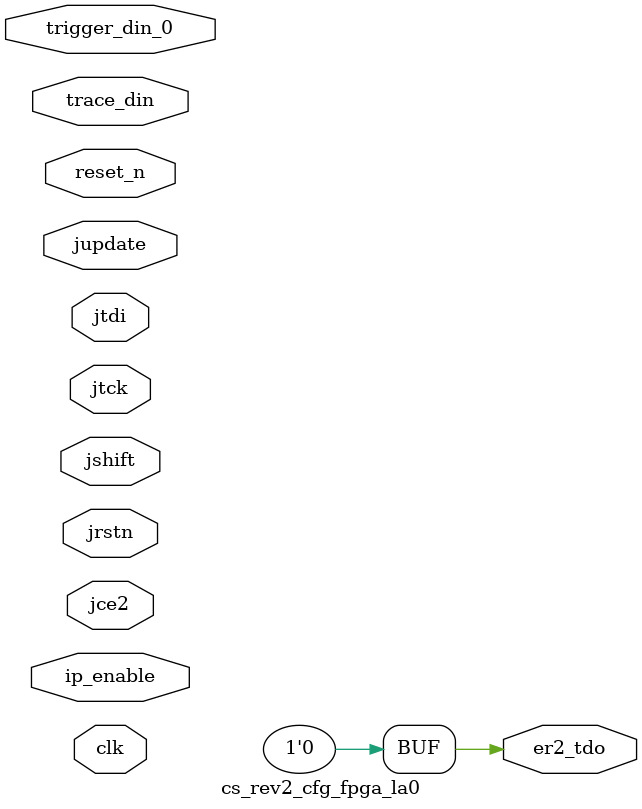
<source format=v>

/* WARNING - Changes to this file should be performed by re-running IPexpress
or modifying the .LPC file and regenerating the core.  Other changes may lead
to inconsistent simulation and/or implemenation results */

module cs_rev2_cfg_fpga_la0 (
    clk,
    reset_n,
    jtck,
    jrstn,
    jce2,
    jtdi,
    er2_tdo,
    jshift,
    jupdate,
    trigger_din_0,
    trace_din,
    ip_enable
);

// PARAMETERS DEFINED BY USER
localparam NUM_TRACE_SIGNALS   = 12;
localparam NUM_TRIGGER_SIGNALS = 1;
localparam INCLUDE_TRIG_DATA   = 0;
localparam NUM_TU_BITS_0       = 1;

input  clk;
input  reset_n;
input  jtck;
input  jrstn;
input  jce2;
input  jtdi;
output er2_tdo;
input  jshift;
input  jupdate;
input  [NUM_TU_BITS_0 -1:0] trigger_din_0;
input  [NUM_TRACE_SIGNALS + (NUM_TRIGGER_SIGNALS * INCLUDE_TRIG_DATA) -1:0] trace_din;
input  ip_enable;

assign er2_tdo = 1'b0;

endmodule

</source>
